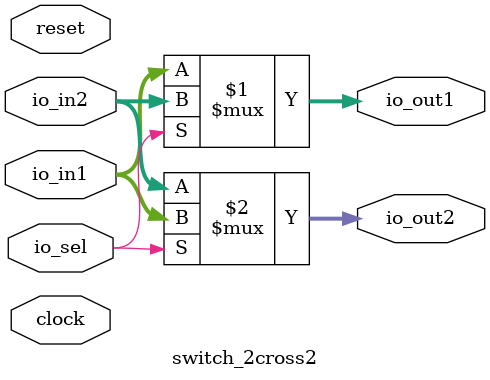
<source format=v>
module switch_2cross2(
  input         clock,
  input         reset,
  input  [31:0] io_in1,
  input  [31:0] io_in2,
  output [31:0] io_out1,
  output [31:0] io_out2,
  input         io_sel
);
  assign io_out1 = io_sel ? io_in2 : io_in1; // @[Main.scala 20:23 Main.scala 21:19 Main.scala 25:19]
  assign io_out2 = io_sel ? io_in1 : io_in2; // @[Main.scala 20:23 Main.scala 22:19 Main.scala 26:19]
endmodule

</source>
